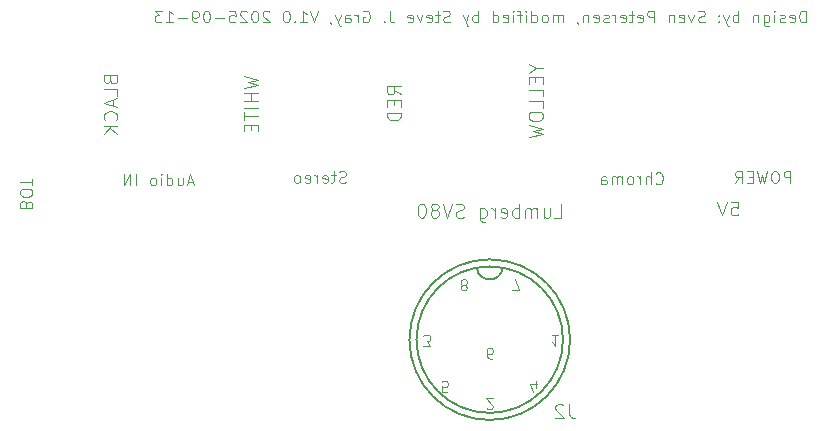
<source format=gbr>
%TF.GenerationSoftware,KiCad,Pcbnew,9.0.4*%
%TF.CreationDate,2025-09-13T13:09:21-04:00*%
%TF.ProjectId,C64-128AVS,4336342d-3132-4384-9156-532e6b696361,rev?*%
%TF.SameCoordinates,Original*%
%TF.FileFunction,Legend,Bot*%
%TF.FilePolarity,Positive*%
%FSLAX46Y46*%
G04 Gerber Fmt 4.6, Leading zero omitted, Abs format (unit mm)*
G04 Created by KiCad (PCBNEW 9.0.4) date 2025-09-13 13:09:21*
%MOMM*%
%LPD*%
G01*
G04 APERTURE LIST*
%ADD10C,0.100000*%
%ADD11C,0.101600*%
%ADD12C,0.093472*%
%ADD13C,0.081280*%
%ADD14C,0.127000*%
G04 APERTURE END LIST*
D10*
X120851390Y-104633333D02*
X120803771Y-104490476D01*
X120803771Y-104490476D02*
X120756152Y-104442857D01*
X120756152Y-104442857D02*
X120660914Y-104395238D01*
X120660914Y-104395238D02*
X120518057Y-104395238D01*
X120518057Y-104395238D02*
X120422819Y-104442857D01*
X120422819Y-104442857D02*
X120375200Y-104490476D01*
X120375200Y-104490476D02*
X120327580Y-104585714D01*
X120327580Y-104585714D02*
X120327580Y-104966666D01*
X120327580Y-104966666D02*
X121327580Y-104966666D01*
X121327580Y-104966666D02*
X121327580Y-104633333D01*
X121327580Y-104633333D02*
X121279961Y-104538095D01*
X121279961Y-104538095D02*
X121232342Y-104490476D01*
X121232342Y-104490476D02*
X121137104Y-104442857D01*
X121137104Y-104442857D02*
X121041866Y-104442857D01*
X121041866Y-104442857D02*
X120946628Y-104490476D01*
X120946628Y-104490476D02*
X120899009Y-104538095D01*
X120899009Y-104538095D02*
X120851390Y-104633333D01*
X120851390Y-104633333D02*
X120851390Y-104966666D01*
X121327580Y-103776190D02*
X121327580Y-103585714D01*
X121327580Y-103585714D02*
X121279961Y-103490476D01*
X121279961Y-103490476D02*
X121184723Y-103395238D01*
X121184723Y-103395238D02*
X120994247Y-103347619D01*
X120994247Y-103347619D02*
X120660914Y-103347619D01*
X120660914Y-103347619D02*
X120470438Y-103395238D01*
X120470438Y-103395238D02*
X120375200Y-103490476D01*
X120375200Y-103490476D02*
X120327580Y-103585714D01*
X120327580Y-103585714D02*
X120327580Y-103776190D01*
X120327580Y-103776190D02*
X120375200Y-103871428D01*
X120375200Y-103871428D02*
X120470438Y-103966666D01*
X120470438Y-103966666D02*
X120660914Y-104014285D01*
X120660914Y-104014285D02*
X120994247Y-104014285D01*
X120994247Y-104014285D02*
X121184723Y-103966666D01*
X121184723Y-103966666D02*
X121279961Y-103871428D01*
X121279961Y-103871428D02*
X121327580Y-103776190D01*
X121327580Y-103061904D02*
X121327580Y-102490476D01*
X120327580Y-102776190D02*
X121327580Y-102776190D01*
X147890476Y-102824800D02*
X147747619Y-102872419D01*
X147747619Y-102872419D02*
X147509524Y-102872419D01*
X147509524Y-102872419D02*
X147414286Y-102824800D01*
X147414286Y-102824800D02*
X147366667Y-102777180D01*
X147366667Y-102777180D02*
X147319048Y-102681942D01*
X147319048Y-102681942D02*
X147319048Y-102586704D01*
X147319048Y-102586704D02*
X147366667Y-102491466D01*
X147366667Y-102491466D02*
X147414286Y-102443847D01*
X147414286Y-102443847D02*
X147509524Y-102396228D01*
X147509524Y-102396228D02*
X147700000Y-102348609D01*
X147700000Y-102348609D02*
X147795238Y-102300990D01*
X147795238Y-102300990D02*
X147842857Y-102253371D01*
X147842857Y-102253371D02*
X147890476Y-102158133D01*
X147890476Y-102158133D02*
X147890476Y-102062895D01*
X147890476Y-102062895D02*
X147842857Y-101967657D01*
X147842857Y-101967657D02*
X147795238Y-101920038D01*
X147795238Y-101920038D02*
X147700000Y-101872419D01*
X147700000Y-101872419D02*
X147461905Y-101872419D01*
X147461905Y-101872419D02*
X147319048Y-101920038D01*
X147033333Y-102205752D02*
X146652381Y-102205752D01*
X146890476Y-101872419D02*
X146890476Y-102729561D01*
X146890476Y-102729561D02*
X146842857Y-102824800D01*
X146842857Y-102824800D02*
X146747619Y-102872419D01*
X146747619Y-102872419D02*
X146652381Y-102872419D01*
X145938095Y-102824800D02*
X146033333Y-102872419D01*
X146033333Y-102872419D02*
X146223809Y-102872419D01*
X146223809Y-102872419D02*
X146319047Y-102824800D01*
X146319047Y-102824800D02*
X146366666Y-102729561D01*
X146366666Y-102729561D02*
X146366666Y-102348609D01*
X146366666Y-102348609D02*
X146319047Y-102253371D01*
X146319047Y-102253371D02*
X146223809Y-102205752D01*
X146223809Y-102205752D02*
X146033333Y-102205752D01*
X146033333Y-102205752D02*
X145938095Y-102253371D01*
X145938095Y-102253371D02*
X145890476Y-102348609D01*
X145890476Y-102348609D02*
X145890476Y-102443847D01*
X145890476Y-102443847D02*
X146366666Y-102539085D01*
X145461904Y-102872419D02*
X145461904Y-102205752D01*
X145461904Y-102396228D02*
X145414285Y-102300990D01*
X145414285Y-102300990D02*
X145366666Y-102253371D01*
X145366666Y-102253371D02*
X145271428Y-102205752D01*
X145271428Y-102205752D02*
X145176190Y-102205752D01*
X144461904Y-102824800D02*
X144557142Y-102872419D01*
X144557142Y-102872419D02*
X144747618Y-102872419D01*
X144747618Y-102872419D02*
X144842856Y-102824800D01*
X144842856Y-102824800D02*
X144890475Y-102729561D01*
X144890475Y-102729561D02*
X144890475Y-102348609D01*
X144890475Y-102348609D02*
X144842856Y-102253371D01*
X144842856Y-102253371D02*
X144747618Y-102205752D01*
X144747618Y-102205752D02*
X144557142Y-102205752D01*
X144557142Y-102205752D02*
X144461904Y-102253371D01*
X144461904Y-102253371D02*
X144414285Y-102348609D01*
X144414285Y-102348609D02*
X144414285Y-102443847D01*
X144414285Y-102443847D02*
X144890475Y-102539085D01*
X143842856Y-102872419D02*
X143938094Y-102824800D01*
X143938094Y-102824800D02*
X143985713Y-102777180D01*
X143985713Y-102777180D02*
X144033332Y-102681942D01*
X144033332Y-102681942D02*
X144033332Y-102396228D01*
X144033332Y-102396228D02*
X143985713Y-102300990D01*
X143985713Y-102300990D02*
X143938094Y-102253371D01*
X143938094Y-102253371D02*
X143842856Y-102205752D01*
X143842856Y-102205752D02*
X143699999Y-102205752D01*
X143699999Y-102205752D02*
X143604761Y-102253371D01*
X143604761Y-102253371D02*
X143557142Y-102300990D01*
X143557142Y-102300990D02*
X143509523Y-102396228D01*
X143509523Y-102396228D02*
X143509523Y-102681942D01*
X143509523Y-102681942D02*
X143557142Y-102777180D01*
X143557142Y-102777180D02*
X143604761Y-102824800D01*
X143604761Y-102824800D02*
X143699999Y-102872419D01*
X143699999Y-102872419D02*
X143842856Y-102872419D01*
D11*
X139283326Y-93835381D02*
X140451726Y-94113571D01*
X140451726Y-94113571D02*
X139617154Y-94336124D01*
X139617154Y-94336124D02*
X140451726Y-94558676D01*
X140451726Y-94558676D02*
X139283326Y-94836867D01*
X140451726Y-95281971D02*
X139283326Y-95281971D01*
X139839707Y-95281971D02*
X139839707Y-95949628D01*
X140451726Y-95949628D02*
X139283326Y-95949628D01*
X140451726Y-96506009D02*
X139283326Y-96506009D01*
X139283326Y-96895476D02*
X139283326Y-97563133D01*
X140451726Y-97229304D02*
X139283326Y-97229304D01*
X139839707Y-97952600D02*
X139839707Y-98342067D01*
X140451726Y-98508981D02*
X140451726Y-97952600D01*
X140451726Y-97952600D02*
X139283326Y-97952600D01*
X139283326Y-97952600D02*
X139283326Y-98508981D01*
D10*
X186847620Y-89272419D02*
X186847620Y-88272419D01*
X186847620Y-88272419D02*
X186609525Y-88272419D01*
X186609525Y-88272419D02*
X186466668Y-88320038D01*
X186466668Y-88320038D02*
X186371430Y-88415276D01*
X186371430Y-88415276D02*
X186323811Y-88510514D01*
X186323811Y-88510514D02*
X186276192Y-88700990D01*
X186276192Y-88700990D02*
X186276192Y-88843847D01*
X186276192Y-88843847D02*
X186323811Y-89034323D01*
X186323811Y-89034323D02*
X186371430Y-89129561D01*
X186371430Y-89129561D02*
X186466668Y-89224800D01*
X186466668Y-89224800D02*
X186609525Y-89272419D01*
X186609525Y-89272419D02*
X186847620Y-89272419D01*
X185466668Y-89224800D02*
X185561906Y-89272419D01*
X185561906Y-89272419D02*
X185752382Y-89272419D01*
X185752382Y-89272419D02*
X185847620Y-89224800D01*
X185847620Y-89224800D02*
X185895239Y-89129561D01*
X185895239Y-89129561D02*
X185895239Y-88748609D01*
X185895239Y-88748609D02*
X185847620Y-88653371D01*
X185847620Y-88653371D02*
X185752382Y-88605752D01*
X185752382Y-88605752D02*
X185561906Y-88605752D01*
X185561906Y-88605752D02*
X185466668Y-88653371D01*
X185466668Y-88653371D02*
X185419049Y-88748609D01*
X185419049Y-88748609D02*
X185419049Y-88843847D01*
X185419049Y-88843847D02*
X185895239Y-88939085D01*
X185038096Y-89224800D02*
X184942858Y-89272419D01*
X184942858Y-89272419D02*
X184752382Y-89272419D01*
X184752382Y-89272419D02*
X184657144Y-89224800D01*
X184657144Y-89224800D02*
X184609525Y-89129561D01*
X184609525Y-89129561D02*
X184609525Y-89081942D01*
X184609525Y-89081942D02*
X184657144Y-88986704D01*
X184657144Y-88986704D02*
X184752382Y-88939085D01*
X184752382Y-88939085D02*
X184895239Y-88939085D01*
X184895239Y-88939085D02*
X184990477Y-88891466D01*
X184990477Y-88891466D02*
X185038096Y-88796228D01*
X185038096Y-88796228D02*
X185038096Y-88748609D01*
X185038096Y-88748609D02*
X184990477Y-88653371D01*
X184990477Y-88653371D02*
X184895239Y-88605752D01*
X184895239Y-88605752D02*
X184752382Y-88605752D01*
X184752382Y-88605752D02*
X184657144Y-88653371D01*
X184180953Y-89272419D02*
X184180953Y-88605752D01*
X184180953Y-88272419D02*
X184228572Y-88320038D01*
X184228572Y-88320038D02*
X184180953Y-88367657D01*
X184180953Y-88367657D02*
X184133334Y-88320038D01*
X184133334Y-88320038D02*
X184180953Y-88272419D01*
X184180953Y-88272419D02*
X184180953Y-88367657D01*
X183276192Y-88605752D02*
X183276192Y-89415276D01*
X183276192Y-89415276D02*
X183323811Y-89510514D01*
X183323811Y-89510514D02*
X183371430Y-89558133D01*
X183371430Y-89558133D02*
X183466668Y-89605752D01*
X183466668Y-89605752D02*
X183609525Y-89605752D01*
X183609525Y-89605752D02*
X183704763Y-89558133D01*
X183276192Y-89224800D02*
X183371430Y-89272419D01*
X183371430Y-89272419D02*
X183561906Y-89272419D01*
X183561906Y-89272419D02*
X183657144Y-89224800D01*
X183657144Y-89224800D02*
X183704763Y-89177180D01*
X183704763Y-89177180D02*
X183752382Y-89081942D01*
X183752382Y-89081942D02*
X183752382Y-88796228D01*
X183752382Y-88796228D02*
X183704763Y-88700990D01*
X183704763Y-88700990D02*
X183657144Y-88653371D01*
X183657144Y-88653371D02*
X183561906Y-88605752D01*
X183561906Y-88605752D02*
X183371430Y-88605752D01*
X183371430Y-88605752D02*
X183276192Y-88653371D01*
X182800001Y-88605752D02*
X182800001Y-89272419D01*
X182800001Y-88700990D02*
X182752382Y-88653371D01*
X182752382Y-88653371D02*
X182657144Y-88605752D01*
X182657144Y-88605752D02*
X182514287Y-88605752D01*
X182514287Y-88605752D02*
X182419049Y-88653371D01*
X182419049Y-88653371D02*
X182371430Y-88748609D01*
X182371430Y-88748609D02*
X182371430Y-89272419D01*
X181133334Y-89272419D02*
X181133334Y-88272419D01*
X181133334Y-88653371D02*
X181038096Y-88605752D01*
X181038096Y-88605752D02*
X180847620Y-88605752D01*
X180847620Y-88605752D02*
X180752382Y-88653371D01*
X180752382Y-88653371D02*
X180704763Y-88700990D01*
X180704763Y-88700990D02*
X180657144Y-88796228D01*
X180657144Y-88796228D02*
X180657144Y-89081942D01*
X180657144Y-89081942D02*
X180704763Y-89177180D01*
X180704763Y-89177180D02*
X180752382Y-89224800D01*
X180752382Y-89224800D02*
X180847620Y-89272419D01*
X180847620Y-89272419D02*
X181038096Y-89272419D01*
X181038096Y-89272419D02*
X181133334Y-89224800D01*
X180323810Y-88605752D02*
X180085715Y-89272419D01*
X179847620Y-88605752D02*
X180085715Y-89272419D01*
X180085715Y-89272419D02*
X180180953Y-89510514D01*
X180180953Y-89510514D02*
X180228572Y-89558133D01*
X180228572Y-89558133D02*
X180323810Y-89605752D01*
X179466667Y-89177180D02*
X179419048Y-89224800D01*
X179419048Y-89224800D02*
X179466667Y-89272419D01*
X179466667Y-89272419D02*
X179514286Y-89224800D01*
X179514286Y-89224800D02*
X179466667Y-89177180D01*
X179466667Y-89177180D02*
X179466667Y-89272419D01*
X179466667Y-88653371D02*
X179419048Y-88700990D01*
X179419048Y-88700990D02*
X179466667Y-88748609D01*
X179466667Y-88748609D02*
X179514286Y-88700990D01*
X179514286Y-88700990D02*
X179466667Y-88653371D01*
X179466667Y-88653371D02*
X179466667Y-88748609D01*
X178276191Y-89224800D02*
X178133334Y-89272419D01*
X178133334Y-89272419D02*
X177895239Y-89272419D01*
X177895239Y-89272419D02*
X177800001Y-89224800D01*
X177800001Y-89224800D02*
X177752382Y-89177180D01*
X177752382Y-89177180D02*
X177704763Y-89081942D01*
X177704763Y-89081942D02*
X177704763Y-88986704D01*
X177704763Y-88986704D02*
X177752382Y-88891466D01*
X177752382Y-88891466D02*
X177800001Y-88843847D01*
X177800001Y-88843847D02*
X177895239Y-88796228D01*
X177895239Y-88796228D02*
X178085715Y-88748609D01*
X178085715Y-88748609D02*
X178180953Y-88700990D01*
X178180953Y-88700990D02*
X178228572Y-88653371D01*
X178228572Y-88653371D02*
X178276191Y-88558133D01*
X178276191Y-88558133D02*
X178276191Y-88462895D01*
X178276191Y-88462895D02*
X178228572Y-88367657D01*
X178228572Y-88367657D02*
X178180953Y-88320038D01*
X178180953Y-88320038D02*
X178085715Y-88272419D01*
X178085715Y-88272419D02*
X177847620Y-88272419D01*
X177847620Y-88272419D02*
X177704763Y-88320038D01*
X177371429Y-88605752D02*
X177133334Y-89272419D01*
X177133334Y-89272419D02*
X176895239Y-88605752D01*
X176133334Y-89224800D02*
X176228572Y-89272419D01*
X176228572Y-89272419D02*
X176419048Y-89272419D01*
X176419048Y-89272419D02*
X176514286Y-89224800D01*
X176514286Y-89224800D02*
X176561905Y-89129561D01*
X176561905Y-89129561D02*
X176561905Y-88748609D01*
X176561905Y-88748609D02*
X176514286Y-88653371D01*
X176514286Y-88653371D02*
X176419048Y-88605752D01*
X176419048Y-88605752D02*
X176228572Y-88605752D01*
X176228572Y-88605752D02*
X176133334Y-88653371D01*
X176133334Y-88653371D02*
X176085715Y-88748609D01*
X176085715Y-88748609D02*
X176085715Y-88843847D01*
X176085715Y-88843847D02*
X176561905Y-88939085D01*
X175657143Y-88605752D02*
X175657143Y-89272419D01*
X175657143Y-88700990D02*
X175609524Y-88653371D01*
X175609524Y-88653371D02*
X175514286Y-88605752D01*
X175514286Y-88605752D02*
X175371429Y-88605752D01*
X175371429Y-88605752D02*
X175276191Y-88653371D01*
X175276191Y-88653371D02*
X175228572Y-88748609D01*
X175228572Y-88748609D02*
X175228572Y-89272419D01*
X173990476Y-89272419D02*
X173990476Y-88272419D01*
X173990476Y-88272419D02*
X173609524Y-88272419D01*
X173609524Y-88272419D02*
X173514286Y-88320038D01*
X173514286Y-88320038D02*
X173466667Y-88367657D01*
X173466667Y-88367657D02*
X173419048Y-88462895D01*
X173419048Y-88462895D02*
X173419048Y-88605752D01*
X173419048Y-88605752D02*
X173466667Y-88700990D01*
X173466667Y-88700990D02*
X173514286Y-88748609D01*
X173514286Y-88748609D02*
X173609524Y-88796228D01*
X173609524Y-88796228D02*
X173990476Y-88796228D01*
X172609524Y-89224800D02*
X172704762Y-89272419D01*
X172704762Y-89272419D02*
X172895238Y-89272419D01*
X172895238Y-89272419D02*
X172990476Y-89224800D01*
X172990476Y-89224800D02*
X173038095Y-89129561D01*
X173038095Y-89129561D02*
X173038095Y-88748609D01*
X173038095Y-88748609D02*
X172990476Y-88653371D01*
X172990476Y-88653371D02*
X172895238Y-88605752D01*
X172895238Y-88605752D02*
X172704762Y-88605752D01*
X172704762Y-88605752D02*
X172609524Y-88653371D01*
X172609524Y-88653371D02*
X172561905Y-88748609D01*
X172561905Y-88748609D02*
X172561905Y-88843847D01*
X172561905Y-88843847D02*
X173038095Y-88939085D01*
X172276190Y-88605752D02*
X171895238Y-88605752D01*
X172133333Y-88272419D02*
X172133333Y-89129561D01*
X172133333Y-89129561D02*
X172085714Y-89224800D01*
X172085714Y-89224800D02*
X171990476Y-89272419D01*
X171990476Y-89272419D02*
X171895238Y-89272419D01*
X171180952Y-89224800D02*
X171276190Y-89272419D01*
X171276190Y-89272419D02*
X171466666Y-89272419D01*
X171466666Y-89272419D02*
X171561904Y-89224800D01*
X171561904Y-89224800D02*
X171609523Y-89129561D01*
X171609523Y-89129561D02*
X171609523Y-88748609D01*
X171609523Y-88748609D02*
X171561904Y-88653371D01*
X171561904Y-88653371D02*
X171466666Y-88605752D01*
X171466666Y-88605752D02*
X171276190Y-88605752D01*
X171276190Y-88605752D02*
X171180952Y-88653371D01*
X171180952Y-88653371D02*
X171133333Y-88748609D01*
X171133333Y-88748609D02*
X171133333Y-88843847D01*
X171133333Y-88843847D02*
X171609523Y-88939085D01*
X170704761Y-89272419D02*
X170704761Y-88605752D01*
X170704761Y-88796228D02*
X170657142Y-88700990D01*
X170657142Y-88700990D02*
X170609523Y-88653371D01*
X170609523Y-88653371D02*
X170514285Y-88605752D01*
X170514285Y-88605752D02*
X170419047Y-88605752D01*
X170133332Y-89224800D02*
X170038094Y-89272419D01*
X170038094Y-89272419D02*
X169847618Y-89272419D01*
X169847618Y-89272419D02*
X169752380Y-89224800D01*
X169752380Y-89224800D02*
X169704761Y-89129561D01*
X169704761Y-89129561D02*
X169704761Y-89081942D01*
X169704761Y-89081942D02*
X169752380Y-88986704D01*
X169752380Y-88986704D02*
X169847618Y-88939085D01*
X169847618Y-88939085D02*
X169990475Y-88939085D01*
X169990475Y-88939085D02*
X170085713Y-88891466D01*
X170085713Y-88891466D02*
X170133332Y-88796228D01*
X170133332Y-88796228D02*
X170133332Y-88748609D01*
X170133332Y-88748609D02*
X170085713Y-88653371D01*
X170085713Y-88653371D02*
X169990475Y-88605752D01*
X169990475Y-88605752D02*
X169847618Y-88605752D01*
X169847618Y-88605752D02*
X169752380Y-88653371D01*
X168895237Y-89224800D02*
X168990475Y-89272419D01*
X168990475Y-89272419D02*
X169180951Y-89272419D01*
X169180951Y-89272419D02*
X169276189Y-89224800D01*
X169276189Y-89224800D02*
X169323808Y-89129561D01*
X169323808Y-89129561D02*
X169323808Y-88748609D01*
X169323808Y-88748609D02*
X169276189Y-88653371D01*
X169276189Y-88653371D02*
X169180951Y-88605752D01*
X169180951Y-88605752D02*
X168990475Y-88605752D01*
X168990475Y-88605752D02*
X168895237Y-88653371D01*
X168895237Y-88653371D02*
X168847618Y-88748609D01*
X168847618Y-88748609D02*
X168847618Y-88843847D01*
X168847618Y-88843847D02*
X169323808Y-88939085D01*
X168419046Y-88605752D02*
X168419046Y-89272419D01*
X168419046Y-88700990D02*
X168371427Y-88653371D01*
X168371427Y-88653371D02*
X168276189Y-88605752D01*
X168276189Y-88605752D02*
X168133332Y-88605752D01*
X168133332Y-88605752D02*
X168038094Y-88653371D01*
X168038094Y-88653371D02*
X167990475Y-88748609D01*
X167990475Y-88748609D02*
X167990475Y-89272419D01*
X167466665Y-89224800D02*
X167466665Y-89272419D01*
X167466665Y-89272419D02*
X167514284Y-89367657D01*
X167514284Y-89367657D02*
X167561903Y-89415276D01*
X166276189Y-89272419D02*
X166276189Y-88605752D01*
X166276189Y-88700990D02*
X166228570Y-88653371D01*
X166228570Y-88653371D02*
X166133332Y-88605752D01*
X166133332Y-88605752D02*
X165990475Y-88605752D01*
X165990475Y-88605752D02*
X165895237Y-88653371D01*
X165895237Y-88653371D02*
X165847618Y-88748609D01*
X165847618Y-88748609D02*
X165847618Y-89272419D01*
X165847618Y-88748609D02*
X165799999Y-88653371D01*
X165799999Y-88653371D02*
X165704761Y-88605752D01*
X165704761Y-88605752D02*
X165561904Y-88605752D01*
X165561904Y-88605752D02*
X165466665Y-88653371D01*
X165466665Y-88653371D02*
X165419046Y-88748609D01*
X165419046Y-88748609D02*
X165419046Y-89272419D01*
X164799999Y-89272419D02*
X164895237Y-89224800D01*
X164895237Y-89224800D02*
X164942856Y-89177180D01*
X164942856Y-89177180D02*
X164990475Y-89081942D01*
X164990475Y-89081942D02*
X164990475Y-88796228D01*
X164990475Y-88796228D02*
X164942856Y-88700990D01*
X164942856Y-88700990D02*
X164895237Y-88653371D01*
X164895237Y-88653371D02*
X164799999Y-88605752D01*
X164799999Y-88605752D02*
X164657142Y-88605752D01*
X164657142Y-88605752D02*
X164561904Y-88653371D01*
X164561904Y-88653371D02*
X164514285Y-88700990D01*
X164514285Y-88700990D02*
X164466666Y-88796228D01*
X164466666Y-88796228D02*
X164466666Y-89081942D01*
X164466666Y-89081942D02*
X164514285Y-89177180D01*
X164514285Y-89177180D02*
X164561904Y-89224800D01*
X164561904Y-89224800D02*
X164657142Y-89272419D01*
X164657142Y-89272419D02*
X164799999Y-89272419D01*
X163609523Y-89272419D02*
X163609523Y-88272419D01*
X163609523Y-89224800D02*
X163704761Y-89272419D01*
X163704761Y-89272419D02*
X163895237Y-89272419D01*
X163895237Y-89272419D02*
X163990475Y-89224800D01*
X163990475Y-89224800D02*
X164038094Y-89177180D01*
X164038094Y-89177180D02*
X164085713Y-89081942D01*
X164085713Y-89081942D02*
X164085713Y-88796228D01*
X164085713Y-88796228D02*
X164038094Y-88700990D01*
X164038094Y-88700990D02*
X163990475Y-88653371D01*
X163990475Y-88653371D02*
X163895237Y-88605752D01*
X163895237Y-88605752D02*
X163704761Y-88605752D01*
X163704761Y-88605752D02*
X163609523Y-88653371D01*
X163133332Y-89272419D02*
X163133332Y-88605752D01*
X163133332Y-88272419D02*
X163180951Y-88320038D01*
X163180951Y-88320038D02*
X163133332Y-88367657D01*
X163133332Y-88367657D02*
X163085713Y-88320038D01*
X163085713Y-88320038D02*
X163133332Y-88272419D01*
X163133332Y-88272419D02*
X163133332Y-88367657D01*
X162799999Y-88605752D02*
X162419047Y-88605752D01*
X162657142Y-89272419D02*
X162657142Y-88415276D01*
X162657142Y-88415276D02*
X162609523Y-88320038D01*
X162609523Y-88320038D02*
X162514285Y-88272419D01*
X162514285Y-88272419D02*
X162419047Y-88272419D01*
X162085713Y-89272419D02*
X162085713Y-88605752D01*
X162085713Y-88272419D02*
X162133332Y-88320038D01*
X162133332Y-88320038D02*
X162085713Y-88367657D01*
X162085713Y-88367657D02*
X162038094Y-88320038D01*
X162038094Y-88320038D02*
X162085713Y-88272419D01*
X162085713Y-88272419D02*
X162085713Y-88367657D01*
X161228571Y-89224800D02*
X161323809Y-89272419D01*
X161323809Y-89272419D02*
X161514285Y-89272419D01*
X161514285Y-89272419D02*
X161609523Y-89224800D01*
X161609523Y-89224800D02*
X161657142Y-89129561D01*
X161657142Y-89129561D02*
X161657142Y-88748609D01*
X161657142Y-88748609D02*
X161609523Y-88653371D01*
X161609523Y-88653371D02*
X161514285Y-88605752D01*
X161514285Y-88605752D02*
X161323809Y-88605752D01*
X161323809Y-88605752D02*
X161228571Y-88653371D01*
X161228571Y-88653371D02*
X161180952Y-88748609D01*
X161180952Y-88748609D02*
X161180952Y-88843847D01*
X161180952Y-88843847D02*
X161657142Y-88939085D01*
X160323809Y-89272419D02*
X160323809Y-88272419D01*
X160323809Y-89224800D02*
X160419047Y-89272419D01*
X160419047Y-89272419D02*
X160609523Y-89272419D01*
X160609523Y-89272419D02*
X160704761Y-89224800D01*
X160704761Y-89224800D02*
X160752380Y-89177180D01*
X160752380Y-89177180D02*
X160799999Y-89081942D01*
X160799999Y-89081942D02*
X160799999Y-88796228D01*
X160799999Y-88796228D02*
X160752380Y-88700990D01*
X160752380Y-88700990D02*
X160704761Y-88653371D01*
X160704761Y-88653371D02*
X160609523Y-88605752D01*
X160609523Y-88605752D02*
X160419047Y-88605752D01*
X160419047Y-88605752D02*
X160323809Y-88653371D01*
X159085713Y-89272419D02*
X159085713Y-88272419D01*
X159085713Y-88653371D02*
X158990475Y-88605752D01*
X158990475Y-88605752D02*
X158799999Y-88605752D01*
X158799999Y-88605752D02*
X158704761Y-88653371D01*
X158704761Y-88653371D02*
X158657142Y-88700990D01*
X158657142Y-88700990D02*
X158609523Y-88796228D01*
X158609523Y-88796228D02*
X158609523Y-89081942D01*
X158609523Y-89081942D02*
X158657142Y-89177180D01*
X158657142Y-89177180D02*
X158704761Y-89224800D01*
X158704761Y-89224800D02*
X158799999Y-89272419D01*
X158799999Y-89272419D02*
X158990475Y-89272419D01*
X158990475Y-89272419D02*
X159085713Y-89224800D01*
X158276189Y-88605752D02*
X158038094Y-89272419D01*
X157799999Y-88605752D02*
X158038094Y-89272419D01*
X158038094Y-89272419D02*
X158133332Y-89510514D01*
X158133332Y-89510514D02*
X158180951Y-89558133D01*
X158180951Y-89558133D02*
X158276189Y-89605752D01*
X156704760Y-89224800D02*
X156561903Y-89272419D01*
X156561903Y-89272419D02*
X156323808Y-89272419D01*
X156323808Y-89272419D02*
X156228570Y-89224800D01*
X156228570Y-89224800D02*
X156180951Y-89177180D01*
X156180951Y-89177180D02*
X156133332Y-89081942D01*
X156133332Y-89081942D02*
X156133332Y-88986704D01*
X156133332Y-88986704D02*
X156180951Y-88891466D01*
X156180951Y-88891466D02*
X156228570Y-88843847D01*
X156228570Y-88843847D02*
X156323808Y-88796228D01*
X156323808Y-88796228D02*
X156514284Y-88748609D01*
X156514284Y-88748609D02*
X156609522Y-88700990D01*
X156609522Y-88700990D02*
X156657141Y-88653371D01*
X156657141Y-88653371D02*
X156704760Y-88558133D01*
X156704760Y-88558133D02*
X156704760Y-88462895D01*
X156704760Y-88462895D02*
X156657141Y-88367657D01*
X156657141Y-88367657D02*
X156609522Y-88320038D01*
X156609522Y-88320038D02*
X156514284Y-88272419D01*
X156514284Y-88272419D02*
X156276189Y-88272419D01*
X156276189Y-88272419D02*
X156133332Y-88320038D01*
X155847617Y-88605752D02*
X155466665Y-88605752D01*
X155704760Y-88272419D02*
X155704760Y-89129561D01*
X155704760Y-89129561D02*
X155657141Y-89224800D01*
X155657141Y-89224800D02*
X155561903Y-89272419D01*
X155561903Y-89272419D02*
X155466665Y-89272419D01*
X154752379Y-89224800D02*
X154847617Y-89272419D01*
X154847617Y-89272419D02*
X155038093Y-89272419D01*
X155038093Y-89272419D02*
X155133331Y-89224800D01*
X155133331Y-89224800D02*
X155180950Y-89129561D01*
X155180950Y-89129561D02*
X155180950Y-88748609D01*
X155180950Y-88748609D02*
X155133331Y-88653371D01*
X155133331Y-88653371D02*
X155038093Y-88605752D01*
X155038093Y-88605752D02*
X154847617Y-88605752D01*
X154847617Y-88605752D02*
X154752379Y-88653371D01*
X154752379Y-88653371D02*
X154704760Y-88748609D01*
X154704760Y-88748609D02*
X154704760Y-88843847D01*
X154704760Y-88843847D02*
X155180950Y-88939085D01*
X154371426Y-88605752D02*
X154133331Y-89272419D01*
X154133331Y-89272419D02*
X153895236Y-88605752D01*
X153133331Y-89224800D02*
X153228569Y-89272419D01*
X153228569Y-89272419D02*
X153419045Y-89272419D01*
X153419045Y-89272419D02*
X153514283Y-89224800D01*
X153514283Y-89224800D02*
X153561902Y-89129561D01*
X153561902Y-89129561D02*
X153561902Y-88748609D01*
X153561902Y-88748609D02*
X153514283Y-88653371D01*
X153514283Y-88653371D02*
X153419045Y-88605752D01*
X153419045Y-88605752D02*
X153228569Y-88605752D01*
X153228569Y-88605752D02*
X153133331Y-88653371D01*
X153133331Y-88653371D02*
X153085712Y-88748609D01*
X153085712Y-88748609D02*
X153085712Y-88843847D01*
X153085712Y-88843847D02*
X153561902Y-88939085D01*
X151609521Y-88272419D02*
X151609521Y-88986704D01*
X151609521Y-88986704D02*
X151657140Y-89129561D01*
X151657140Y-89129561D02*
X151752378Y-89224800D01*
X151752378Y-89224800D02*
X151895235Y-89272419D01*
X151895235Y-89272419D02*
X151990473Y-89272419D01*
X151133330Y-89177180D02*
X151085711Y-89224800D01*
X151085711Y-89224800D02*
X151133330Y-89272419D01*
X151133330Y-89272419D02*
X151180949Y-89224800D01*
X151180949Y-89224800D02*
X151133330Y-89177180D01*
X151133330Y-89177180D02*
X151133330Y-89272419D01*
X149371426Y-88320038D02*
X149466664Y-88272419D01*
X149466664Y-88272419D02*
X149609521Y-88272419D01*
X149609521Y-88272419D02*
X149752378Y-88320038D01*
X149752378Y-88320038D02*
X149847616Y-88415276D01*
X149847616Y-88415276D02*
X149895235Y-88510514D01*
X149895235Y-88510514D02*
X149942854Y-88700990D01*
X149942854Y-88700990D02*
X149942854Y-88843847D01*
X149942854Y-88843847D02*
X149895235Y-89034323D01*
X149895235Y-89034323D02*
X149847616Y-89129561D01*
X149847616Y-89129561D02*
X149752378Y-89224800D01*
X149752378Y-89224800D02*
X149609521Y-89272419D01*
X149609521Y-89272419D02*
X149514283Y-89272419D01*
X149514283Y-89272419D02*
X149371426Y-89224800D01*
X149371426Y-89224800D02*
X149323807Y-89177180D01*
X149323807Y-89177180D02*
X149323807Y-88843847D01*
X149323807Y-88843847D02*
X149514283Y-88843847D01*
X148895235Y-89272419D02*
X148895235Y-88605752D01*
X148895235Y-88796228D02*
X148847616Y-88700990D01*
X148847616Y-88700990D02*
X148799997Y-88653371D01*
X148799997Y-88653371D02*
X148704759Y-88605752D01*
X148704759Y-88605752D02*
X148609521Y-88605752D01*
X147847616Y-89272419D02*
X147847616Y-88748609D01*
X147847616Y-88748609D02*
X147895235Y-88653371D01*
X147895235Y-88653371D02*
X147990473Y-88605752D01*
X147990473Y-88605752D02*
X148180949Y-88605752D01*
X148180949Y-88605752D02*
X148276187Y-88653371D01*
X147847616Y-89224800D02*
X147942854Y-89272419D01*
X147942854Y-89272419D02*
X148180949Y-89272419D01*
X148180949Y-89272419D02*
X148276187Y-89224800D01*
X148276187Y-89224800D02*
X148323806Y-89129561D01*
X148323806Y-89129561D02*
X148323806Y-89034323D01*
X148323806Y-89034323D02*
X148276187Y-88939085D01*
X148276187Y-88939085D02*
X148180949Y-88891466D01*
X148180949Y-88891466D02*
X147942854Y-88891466D01*
X147942854Y-88891466D02*
X147847616Y-88843847D01*
X147466663Y-88605752D02*
X147228568Y-89272419D01*
X146990473Y-88605752D02*
X147228568Y-89272419D01*
X147228568Y-89272419D02*
X147323806Y-89510514D01*
X147323806Y-89510514D02*
X147371425Y-89558133D01*
X147371425Y-89558133D02*
X147466663Y-89605752D01*
X146561901Y-89224800D02*
X146561901Y-89272419D01*
X146561901Y-89272419D02*
X146609520Y-89367657D01*
X146609520Y-89367657D02*
X146657139Y-89415276D01*
X145514282Y-88272419D02*
X145180949Y-89272419D01*
X145180949Y-89272419D02*
X144847616Y-88272419D01*
X143990473Y-89272419D02*
X144561901Y-89272419D01*
X144276187Y-89272419D02*
X144276187Y-88272419D01*
X144276187Y-88272419D02*
X144371425Y-88415276D01*
X144371425Y-88415276D02*
X144466663Y-88510514D01*
X144466663Y-88510514D02*
X144561901Y-88558133D01*
X143561901Y-89177180D02*
X143514282Y-89224800D01*
X143514282Y-89224800D02*
X143561901Y-89272419D01*
X143561901Y-89272419D02*
X143609520Y-89224800D01*
X143609520Y-89224800D02*
X143561901Y-89177180D01*
X143561901Y-89177180D02*
X143561901Y-89272419D01*
X142895235Y-88272419D02*
X142799997Y-88272419D01*
X142799997Y-88272419D02*
X142704759Y-88320038D01*
X142704759Y-88320038D02*
X142657140Y-88367657D01*
X142657140Y-88367657D02*
X142609521Y-88462895D01*
X142609521Y-88462895D02*
X142561902Y-88653371D01*
X142561902Y-88653371D02*
X142561902Y-88891466D01*
X142561902Y-88891466D02*
X142609521Y-89081942D01*
X142609521Y-89081942D02*
X142657140Y-89177180D01*
X142657140Y-89177180D02*
X142704759Y-89224800D01*
X142704759Y-89224800D02*
X142799997Y-89272419D01*
X142799997Y-89272419D02*
X142895235Y-89272419D01*
X142895235Y-89272419D02*
X142990473Y-89224800D01*
X142990473Y-89224800D02*
X143038092Y-89177180D01*
X143038092Y-89177180D02*
X143085711Y-89081942D01*
X143085711Y-89081942D02*
X143133330Y-88891466D01*
X143133330Y-88891466D02*
X143133330Y-88653371D01*
X143133330Y-88653371D02*
X143085711Y-88462895D01*
X143085711Y-88462895D02*
X143038092Y-88367657D01*
X143038092Y-88367657D02*
X142990473Y-88320038D01*
X142990473Y-88320038D02*
X142895235Y-88272419D01*
X141419044Y-88367657D02*
X141371425Y-88320038D01*
X141371425Y-88320038D02*
X141276187Y-88272419D01*
X141276187Y-88272419D02*
X141038092Y-88272419D01*
X141038092Y-88272419D02*
X140942854Y-88320038D01*
X140942854Y-88320038D02*
X140895235Y-88367657D01*
X140895235Y-88367657D02*
X140847616Y-88462895D01*
X140847616Y-88462895D02*
X140847616Y-88558133D01*
X140847616Y-88558133D02*
X140895235Y-88700990D01*
X140895235Y-88700990D02*
X141466663Y-89272419D01*
X141466663Y-89272419D02*
X140847616Y-89272419D01*
X140228568Y-88272419D02*
X140133330Y-88272419D01*
X140133330Y-88272419D02*
X140038092Y-88320038D01*
X140038092Y-88320038D02*
X139990473Y-88367657D01*
X139990473Y-88367657D02*
X139942854Y-88462895D01*
X139942854Y-88462895D02*
X139895235Y-88653371D01*
X139895235Y-88653371D02*
X139895235Y-88891466D01*
X139895235Y-88891466D02*
X139942854Y-89081942D01*
X139942854Y-89081942D02*
X139990473Y-89177180D01*
X139990473Y-89177180D02*
X140038092Y-89224800D01*
X140038092Y-89224800D02*
X140133330Y-89272419D01*
X140133330Y-89272419D02*
X140228568Y-89272419D01*
X140228568Y-89272419D02*
X140323806Y-89224800D01*
X140323806Y-89224800D02*
X140371425Y-89177180D01*
X140371425Y-89177180D02*
X140419044Y-89081942D01*
X140419044Y-89081942D02*
X140466663Y-88891466D01*
X140466663Y-88891466D02*
X140466663Y-88653371D01*
X140466663Y-88653371D02*
X140419044Y-88462895D01*
X140419044Y-88462895D02*
X140371425Y-88367657D01*
X140371425Y-88367657D02*
X140323806Y-88320038D01*
X140323806Y-88320038D02*
X140228568Y-88272419D01*
X139514282Y-88367657D02*
X139466663Y-88320038D01*
X139466663Y-88320038D02*
X139371425Y-88272419D01*
X139371425Y-88272419D02*
X139133330Y-88272419D01*
X139133330Y-88272419D02*
X139038092Y-88320038D01*
X139038092Y-88320038D02*
X138990473Y-88367657D01*
X138990473Y-88367657D02*
X138942854Y-88462895D01*
X138942854Y-88462895D02*
X138942854Y-88558133D01*
X138942854Y-88558133D02*
X138990473Y-88700990D01*
X138990473Y-88700990D02*
X139561901Y-89272419D01*
X139561901Y-89272419D02*
X138942854Y-89272419D01*
X138038092Y-88272419D02*
X138514282Y-88272419D01*
X138514282Y-88272419D02*
X138561901Y-88748609D01*
X138561901Y-88748609D02*
X138514282Y-88700990D01*
X138514282Y-88700990D02*
X138419044Y-88653371D01*
X138419044Y-88653371D02*
X138180949Y-88653371D01*
X138180949Y-88653371D02*
X138085711Y-88700990D01*
X138085711Y-88700990D02*
X138038092Y-88748609D01*
X138038092Y-88748609D02*
X137990473Y-88843847D01*
X137990473Y-88843847D02*
X137990473Y-89081942D01*
X137990473Y-89081942D02*
X138038092Y-89177180D01*
X138038092Y-89177180D02*
X138085711Y-89224800D01*
X138085711Y-89224800D02*
X138180949Y-89272419D01*
X138180949Y-89272419D02*
X138419044Y-89272419D01*
X138419044Y-89272419D02*
X138514282Y-89224800D01*
X138514282Y-89224800D02*
X138561901Y-89177180D01*
X137561901Y-88891466D02*
X136799997Y-88891466D01*
X136133330Y-88272419D02*
X136038092Y-88272419D01*
X136038092Y-88272419D02*
X135942854Y-88320038D01*
X135942854Y-88320038D02*
X135895235Y-88367657D01*
X135895235Y-88367657D02*
X135847616Y-88462895D01*
X135847616Y-88462895D02*
X135799997Y-88653371D01*
X135799997Y-88653371D02*
X135799997Y-88891466D01*
X135799997Y-88891466D02*
X135847616Y-89081942D01*
X135847616Y-89081942D02*
X135895235Y-89177180D01*
X135895235Y-89177180D02*
X135942854Y-89224800D01*
X135942854Y-89224800D02*
X136038092Y-89272419D01*
X136038092Y-89272419D02*
X136133330Y-89272419D01*
X136133330Y-89272419D02*
X136228568Y-89224800D01*
X136228568Y-89224800D02*
X136276187Y-89177180D01*
X136276187Y-89177180D02*
X136323806Y-89081942D01*
X136323806Y-89081942D02*
X136371425Y-88891466D01*
X136371425Y-88891466D02*
X136371425Y-88653371D01*
X136371425Y-88653371D02*
X136323806Y-88462895D01*
X136323806Y-88462895D02*
X136276187Y-88367657D01*
X136276187Y-88367657D02*
X136228568Y-88320038D01*
X136228568Y-88320038D02*
X136133330Y-88272419D01*
X135323806Y-89272419D02*
X135133330Y-89272419D01*
X135133330Y-89272419D02*
X135038092Y-89224800D01*
X135038092Y-89224800D02*
X134990473Y-89177180D01*
X134990473Y-89177180D02*
X134895235Y-89034323D01*
X134895235Y-89034323D02*
X134847616Y-88843847D01*
X134847616Y-88843847D02*
X134847616Y-88462895D01*
X134847616Y-88462895D02*
X134895235Y-88367657D01*
X134895235Y-88367657D02*
X134942854Y-88320038D01*
X134942854Y-88320038D02*
X135038092Y-88272419D01*
X135038092Y-88272419D02*
X135228568Y-88272419D01*
X135228568Y-88272419D02*
X135323806Y-88320038D01*
X135323806Y-88320038D02*
X135371425Y-88367657D01*
X135371425Y-88367657D02*
X135419044Y-88462895D01*
X135419044Y-88462895D02*
X135419044Y-88700990D01*
X135419044Y-88700990D02*
X135371425Y-88796228D01*
X135371425Y-88796228D02*
X135323806Y-88843847D01*
X135323806Y-88843847D02*
X135228568Y-88891466D01*
X135228568Y-88891466D02*
X135038092Y-88891466D01*
X135038092Y-88891466D02*
X134942854Y-88843847D01*
X134942854Y-88843847D02*
X134895235Y-88796228D01*
X134895235Y-88796228D02*
X134847616Y-88700990D01*
X134419044Y-88891466D02*
X133657140Y-88891466D01*
X132657140Y-89272419D02*
X133228568Y-89272419D01*
X132942854Y-89272419D02*
X132942854Y-88272419D01*
X132942854Y-88272419D02*
X133038092Y-88415276D01*
X133038092Y-88415276D02*
X133133330Y-88510514D01*
X133133330Y-88510514D02*
X133228568Y-88558133D01*
X132323806Y-88272419D02*
X131704759Y-88272419D01*
X131704759Y-88272419D02*
X132038092Y-88653371D01*
X132038092Y-88653371D02*
X131895235Y-88653371D01*
X131895235Y-88653371D02*
X131799997Y-88700990D01*
X131799997Y-88700990D02*
X131752378Y-88748609D01*
X131752378Y-88748609D02*
X131704759Y-88843847D01*
X131704759Y-88843847D02*
X131704759Y-89081942D01*
X131704759Y-89081942D02*
X131752378Y-89177180D01*
X131752378Y-89177180D02*
X131799997Y-89224800D01*
X131799997Y-89224800D02*
X131895235Y-89272419D01*
X131895235Y-89272419D02*
X132180949Y-89272419D01*
X132180949Y-89272419D02*
X132276187Y-89224800D01*
X132276187Y-89224800D02*
X132323806Y-89177180D01*
D11*
X163995345Y-93145913D02*
X164551726Y-93145913D01*
X163383326Y-92756447D02*
X163995345Y-93145913D01*
X163995345Y-93145913D02*
X163383326Y-93535380D01*
X163939707Y-93924847D02*
X163939707Y-94314314D01*
X164551726Y-94481228D02*
X164551726Y-93924847D01*
X164551726Y-93924847D02*
X163383326Y-93924847D01*
X163383326Y-93924847D02*
X163383326Y-94481228D01*
X164551726Y-95538352D02*
X164551726Y-94981971D01*
X164551726Y-94981971D02*
X163383326Y-94981971D01*
X164551726Y-96484200D02*
X164551726Y-95927819D01*
X164551726Y-95927819D02*
X163383326Y-95927819D01*
X163383326Y-97096219D02*
X163383326Y-97318772D01*
X163383326Y-97318772D02*
X163438964Y-97430048D01*
X163438964Y-97430048D02*
X163550240Y-97541324D01*
X163550240Y-97541324D02*
X163772792Y-97596962D01*
X163772792Y-97596962D02*
X164162259Y-97596962D01*
X164162259Y-97596962D02*
X164384811Y-97541324D01*
X164384811Y-97541324D02*
X164496088Y-97430048D01*
X164496088Y-97430048D02*
X164551726Y-97318772D01*
X164551726Y-97318772D02*
X164551726Y-97096219D01*
X164551726Y-97096219D02*
X164496088Y-96984943D01*
X164496088Y-96984943D02*
X164384811Y-96873667D01*
X164384811Y-96873667D02*
X164162259Y-96818029D01*
X164162259Y-96818029D02*
X163772792Y-96818029D01*
X163772792Y-96818029D02*
X163550240Y-96873667D01*
X163550240Y-96873667D02*
X163438964Y-96984943D01*
X163438964Y-96984943D02*
X163383326Y-97096219D01*
X163383326Y-97986429D02*
X164551726Y-98264619D01*
X164551726Y-98264619D02*
X163717154Y-98487172D01*
X163717154Y-98487172D02*
X164551726Y-98709724D01*
X164551726Y-98709724D02*
X163383326Y-98987915D01*
D10*
X185522931Y-102872419D02*
X185522931Y-101872419D01*
X185522931Y-101872419D02*
X185141979Y-101872419D01*
X185141979Y-101872419D02*
X185046741Y-101920038D01*
X185046741Y-101920038D02*
X184999122Y-101967657D01*
X184999122Y-101967657D02*
X184951503Y-102062895D01*
X184951503Y-102062895D02*
X184951503Y-102205752D01*
X184951503Y-102205752D02*
X184999122Y-102300990D01*
X184999122Y-102300990D02*
X185046741Y-102348609D01*
X185046741Y-102348609D02*
X185141979Y-102396228D01*
X185141979Y-102396228D02*
X185522931Y-102396228D01*
X184332455Y-101872419D02*
X184141979Y-101872419D01*
X184141979Y-101872419D02*
X184046741Y-101920038D01*
X184046741Y-101920038D02*
X183951503Y-102015276D01*
X183951503Y-102015276D02*
X183903884Y-102205752D01*
X183903884Y-102205752D02*
X183903884Y-102539085D01*
X183903884Y-102539085D02*
X183951503Y-102729561D01*
X183951503Y-102729561D02*
X184046741Y-102824800D01*
X184046741Y-102824800D02*
X184141979Y-102872419D01*
X184141979Y-102872419D02*
X184332455Y-102872419D01*
X184332455Y-102872419D02*
X184427693Y-102824800D01*
X184427693Y-102824800D02*
X184522931Y-102729561D01*
X184522931Y-102729561D02*
X184570550Y-102539085D01*
X184570550Y-102539085D02*
X184570550Y-102205752D01*
X184570550Y-102205752D02*
X184522931Y-102015276D01*
X184522931Y-102015276D02*
X184427693Y-101920038D01*
X184427693Y-101920038D02*
X184332455Y-101872419D01*
X183570550Y-101872419D02*
X183332455Y-102872419D01*
X183332455Y-102872419D02*
X183141979Y-102158133D01*
X183141979Y-102158133D02*
X182951503Y-102872419D01*
X182951503Y-102872419D02*
X182713408Y-101872419D01*
X182332455Y-102348609D02*
X181999122Y-102348609D01*
X181856265Y-102872419D02*
X182332455Y-102872419D01*
X182332455Y-102872419D02*
X182332455Y-101872419D01*
X182332455Y-101872419D02*
X181856265Y-101872419D01*
X180856265Y-102872419D02*
X181189598Y-102396228D01*
X181427693Y-102872419D02*
X181427693Y-101872419D01*
X181427693Y-101872419D02*
X181046741Y-101872419D01*
X181046741Y-101872419D02*
X180951503Y-101920038D01*
X180951503Y-101920038D02*
X180903884Y-101967657D01*
X180903884Y-101967657D02*
X180856265Y-102062895D01*
X180856265Y-102062895D02*
X180856265Y-102205752D01*
X180856265Y-102205752D02*
X180903884Y-102300990D01*
X180903884Y-102300990D02*
X180951503Y-102348609D01*
X180951503Y-102348609D02*
X181046741Y-102396228D01*
X181046741Y-102396228D02*
X181427693Y-102396228D01*
D11*
X152551726Y-95348885D02*
X151995345Y-94959418D01*
X152551726Y-94681228D02*
X151383326Y-94681228D01*
X151383326Y-94681228D02*
X151383326Y-95126333D01*
X151383326Y-95126333D02*
X151438964Y-95237609D01*
X151438964Y-95237609D02*
X151494602Y-95293247D01*
X151494602Y-95293247D02*
X151605878Y-95348885D01*
X151605878Y-95348885D02*
X151772792Y-95348885D01*
X151772792Y-95348885D02*
X151884068Y-95293247D01*
X151884068Y-95293247D02*
X151939707Y-95237609D01*
X151939707Y-95237609D02*
X151995345Y-95126333D01*
X151995345Y-95126333D02*
X151995345Y-94681228D01*
X151939707Y-95849628D02*
X151939707Y-96239095D01*
X152551726Y-96406009D02*
X152551726Y-95849628D01*
X152551726Y-95849628D02*
X151383326Y-95849628D01*
X151383326Y-95849628D02*
X151383326Y-96406009D01*
X152551726Y-96906752D02*
X151383326Y-96906752D01*
X151383326Y-96906752D02*
X151383326Y-97184942D01*
X151383326Y-97184942D02*
X151438964Y-97351857D01*
X151438964Y-97351857D02*
X151550240Y-97463133D01*
X151550240Y-97463133D02*
X151661516Y-97518771D01*
X151661516Y-97518771D02*
X151884068Y-97574409D01*
X151884068Y-97574409D02*
X152050983Y-97574409D01*
X152050983Y-97574409D02*
X152273535Y-97518771D01*
X152273535Y-97518771D02*
X152384811Y-97463133D01*
X152384811Y-97463133D02*
X152496088Y-97351857D01*
X152496088Y-97351857D02*
X152551726Y-97184942D01*
X152551726Y-97184942D02*
X152551726Y-96906752D01*
D10*
X134976189Y-102786704D02*
X134499999Y-102786704D01*
X135071427Y-103072419D02*
X134738094Y-102072419D01*
X134738094Y-102072419D02*
X134404761Y-103072419D01*
X133642856Y-102405752D02*
X133642856Y-103072419D01*
X134071427Y-102405752D02*
X134071427Y-102929561D01*
X134071427Y-102929561D02*
X134023808Y-103024800D01*
X134023808Y-103024800D02*
X133928570Y-103072419D01*
X133928570Y-103072419D02*
X133785713Y-103072419D01*
X133785713Y-103072419D02*
X133690475Y-103024800D01*
X133690475Y-103024800D02*
X133642856Y-102977180D01*
X132738094Y-103072419D02*
X132738094Y-102072419D01*
X132738094Y-103024800D02*
X132833332Y-103072419D01*
X132833332Y-103072419D02*
X133023808Y-103072419D01*
X133023808Y-103072419D02*
X133119046Y-103024800D01*
X133119046Y-103024800D02*
X133166665Y-102977180D01*
X133166665Y-102977180D02*
X133214284Y-102881942D01*
X133214284Y-102881942D02*
X133214284Y-102596228D01*
X133214284Y-102596228D02*
X133166665Y-102500990D01*
X133166665Y-102500990D02*
X133119046Y-102453371D01*
X133119046Y-102453371D02*
X133023808Y-102405752D01*
X133023808Y-102405752D02*
X132833332Y-102405752D01*
X132833332Y-102405752D02*
X132738094Y-102453371D01*
X132261903Y-103072419D02*
X132261903Y-102405752D01*
X132261903Y-102072419D02*
X132309522Y-102120038D01*
X132309522Y-102120038D02*
X132261903Y-102167657D01*
X132261903Y-102167657D02*
X132214284Y-102120038D01*
X132214284Y-102120038D02*
X132261903Y-102072419D01*
X132261903Y-102072419D02*
X132261903Y-102167657D01*
X131642856Y-103072419D02*
X131738094Y-103024800D01*
X131738094Y-103024800D02*
X131785713Y-102977180D01*
X131785713Y-102977180D02*
X131833332Y-102881942D01*
X131833332Y-102881942D02*
X131833332Y-102596228D01*
X131833332Y-102596228D02*
X131785713Y-102500990D01*
X131785713Y-102500990D02*
X131738094Y-102453371D01*
X131738094Y-102453371D02*
X131642856Y-102405752D01*
X131642856Y-102405752D02*
X131499999Y-102405752D01*
X131499999Y-102405752D02*
X131404761Y-102453371D01*
X131404761Y-102453371D02*
X131357142Y-102500990D01*
X131357142Y-102500990D02*
X131309523Y-102596228D01*
X131309523Y-102596228D02*
X131309523Y-102881942D01*
X131309523Y-102881942D02*
X131357142Y-102977180D01*
X131357142Y-102977180D02*
X131404761Y-103024800D01*
X131404761Y-103024800D02*
X131499999Y-103072419D01*
X131499999Y-103072419D02*
X131642856Y-103072419D01*
X130119046Y-103072419D02*
X130119046Y-102072419D01*
X129642856Y-103072419D02*
X129642856Y-102072419D01*
X129642856Y-102072419D02*
X129071428Y-103072419D01*
X129071428Y-103072419D02*
X129071428Y-102072419D01*
D11*
X165551153Y-105795126D02*
X166107534Y-105795126D01*
X166107534Y-105795126D02*
X166107534Y-104626726D01*
X164660943Y-105016192D02*
X164660943Y-105795126D01*
X165161686Y-105016192D02*
X165161686Y-105628211D01*
X165161686Y-105628211D02*
X165106048Y-105739488D01*
X165106048Y-105739488D02*
X164994772Y-105795126D01*
X164994772Y-105795126D02*
X164827857Y-105795126D01*
X164827857Y-105795126D02*
X164716581Y-105739488D01*
X164716581Y-105739488D02*
X164660943Y-105683849D01*
X164104562Y-105795126D02*
X164104562Y-105016192D01*
X164104562Y-105127468D02*
X164048924Y-105071830D01*
X164048924Y-105071830D02*
X163937648Y-105016192D01*
X163937648Y-105016192D02*
X163770733Y-105016192D01*
X163770733Y-105016192D02*
X163659457Y-105071830D01*
X163659457Y-105071830D02*
X163603819Y-105183107D01*
X163603819Y-105183107D02*
X163603819Y-105795126D01*
X163603819Y-105183107D02*
X163548181Y-105071830D01*
X163548181Y-105071830D02*
X163436905Y-105016192D01*
X163436905Y-105016192D02*
X163269991Y-105016192D01*
X163269991Y-105016192D02*
X163158714Y-105071830D01*
X163158714Y-105071830D02*
X163103076Y-105183107D01*
X163103076Y-105183107D02*
X163103076Y-105795126D01*
X162546695Y-105795126D02*
X162546695Y-104626726D01*
X162546695Y-105071830D02*
X162435419Y-105016192D01*
X162435419Y-105016192D02*
X162212866Y-105016192D01*
X162212866Y-105016192D02*
X162101590Y-105071830D01*
X162101590Y-105071830D02*
X162045952Y-105127468D01*
X162045952Y-105127468D02*
X161990314Y-105238745D01*
X161990314Y-105238745D02*
X161990314Y-105572573D01*
X161990314Y-105572573D02*
X162045952Y-105683849D01*
X162045952Y-105683849D02*
X162101590Y-105739488D01*
X162101590Y-105739488D02*
X162212866Y-105795126D01*
X162212866Y-105795126D02*
X162435419Y-105795126D01*
X162435419Y-105795126D02*
X162546695Y-105739488D01*
X161044466Y-105739488D02*
X161155742Y-105795126D01*
X161155742Y-105795126D02*
X161378295Y-105795126D01*
X161378295Y-105795126D02*
X161489571Y-105739488D01*
X161489571Y-105739488D02*
X161545209Y-105628211D01*
X161545209Y-105628211D02*
X161545209Y-105183107D01*
X161545209Y-105183107D02*
X161489571Y-105071830D01*
X161489571Y-105071830D02*
X161378295Y-105016192D01*
X161378295Y-105016192D02*
X161155742Y-105016192D01*
X161155742Y-105016192D02*
X161044466Y-105071830D01*
X161044466Y-105071830D02*
X160988828Y-105183107D01*
X160988828Y-105183107D02*
X160988828Y-105294383D01*
X160988828Y-105294383D02*
X161545209Y-105405659D01*
X160488085Y-105795126D02*
X160488085Y-105016192D01*
X160488085Y-105238745D02*
X160432447Y-105127468D01*
X160432447Y-105127468D02*
X160376809Y-105071830D01*
X160376809Y-105071830D02*
X160265533Y-105016192D01*
X160265533Y-105016192D02*
X160154256Y-105016192D01*
X159264047Y-105016192D02*
X159264047Y-105962040D01*
X159264047Y-105962040D02*
X159319685Y-106073316D01*
X159319685Y-106073316D02*
X159375323Y-106128954D01*
X159375323Y-106128954D02*
X159486600Y-106184592D01*
X159486600Y-106184592D02*
X159653514Y-106184592D01*
X159653514Y-106184592D02*
X159764790Y-106128954D01*
X159264047Y-105739488D02*
X159375323Y-105795126D01*
X159375323Y-105795126D02*
X159597876Y-105795126D01*
X159597876Y-105795126D02*
X159709152Y-105739488D01*
X159709152Y-105739488D02*
X159764790Y-105683849D01*
X159764790Y-105683849D02*
X159820428Y-105572573D01*
X159820428Y-105572573D02*
X159820428Y-105238745D01*
X159820428Y-105238745D02*
X159764790Y-105127468D01*
X159764790Y-105127468D02*
X159709152Y-105071830D01*
X159709152Y-105071830D02*
X159597876Y-105016192D01*
X159597876Y-105016192D02*
X159375323Y-105016192D01*
X159375323Y-105016192D02*
X159264047Y-105071830D01*
X157873094Y-105739488D02*
X157706180Y-105795126D01*
X157706180Y-105795126D02*
X157427989Y-105795126D01*
X157427989Y-105795126D02*
X157316713Y-105739488D01*
X157316713Y-105739488D02*
X157261075Y-105683849D01*
X157261075Y-105683849D02*
X157205437Y-105572573D01*
X157205437Y-105572573D02*
X157205437Y-105461297D01*
X157205437Y-105461297D02*
X157261075Y-105350021D01*
X157261075Y-105350021D02*
X157316713Y-105294383D01*
X157316713Y-105294383D02*
X157427989Y-105238745D01*
X157427989Y-105238745D02*
X157650542Y-105183107D01*
X157650542Y-105183107D02*
X157761818Y-105127468D01*
X157761818Y-105127468D02*
X157817456Y-105071830D01*
X157817456Y-105071830D02*
X157873094Y-104960554D01*
X157873094Y-104960554D02*
X157873094Y-104849278D01*
X157873094Y-104849278D02*
X157817456Y-104738002D01*
X157817456Y-104738002D02*
X157761818Y-104682364D01*
X157761818Y-104682364D02*
X157650542Y-104626726D01*
X157650542Y-104626726D02*
X157372351Y-104626726D01*
X157372351Y-104626726D02*
X157205437Y-104682364D01*
X156871608Y-104626726D02*
X156482142Y-105795126D01*
X156482142Y-105795126D02*
X156092675Y-104626726D01*
X155536294Y-105127468D02*
X155647570Y-105071830D01*
X155647570Y-105071830D02*
X155703208Y-105016192D01*
X155703208Y-105016192D02*
X155758846Y-104904916D01*
X155758846Y-104904916D02*
X155758846Y-104849278D01*
X155758846Y-104849278D02*
X155703208Y-104738002D01*
X155703208Y-104738002D02*
X155647570Y-104682364D01*
X155647570Y-104682364D02*
X155536294Y-104626726D01*
X155536294Y-104626726D02*
X155313741Y-104626726D01*
X155313741Y-104626726D02*
X155202465Y-104682364D01*
X155202465Y-104682364D02*
X155146827Y-104738002D01*
X155146827Y-104738002D02*
X155091189Y-104849278D01*
X155091189Y-104849278D02*
X155091189Y-104904916D01*
X155091189Y-104904916D02*
X155146827Y-105016192D01*
X155146827Y-105016192D02*
X155202465Y-105071830D01*
X155202465Y-105071830D02*
X155313741Y-105127468D01*
X155313741Y-105127468D02*
X155536294Y-105127468D01*
X155536294Y-105127468D02*
X155647570Y-105183107D01*
X155647570Y-105183107D02*
X155703208Y-105238745D01*
X155703208Y-105238745D02*
X155758846Y-105350021D01*
X155758846Y-105350021D02*
X155758846Y-105572573D01*
X155758846Y-105572573D02*
X155703208Y-105683849D01*
X155703208Y-105683849D02*
X155647570Y-105739488D01*
X155647570Y-105739488D02*
X155536294Y-105795126D01*
X155536294Y-105795126D02*
X155313741Y-105795126D01*
X155313741Y-105795126D02*
X155202465Y-105739488D01*
X155202465Y-105739488D02*
X155146827Y-105683849D01*
X155146827Y-105683849D02*
X155091189Y-105572573D01*
X155091189Y-105572573D02*
X155091189Y-105350021D01*
X155091189Y-105350021D02*
X155146827Y-105238745D01*
X155146827Y-105238745D02*
X155202465Y-105183107D01*
X155202465Y-105183107D02*
X155313741Y-105127468D01*
X154367894Y-104626726D02*
X154256617Y-104626726D01*
X154256617Y-104626726D02*
X154145341Y-104682364D01*
X154145341Y-104682364D02*
X154089703Y-104738002D01*
X154089703Y-104738002D02*
X154034065Y-104849278D01*
X154034065Y-104849278D02*
X153978427Y-105071830D01*
X153978427Y-105071830D02*
X153978427Y-105350021D01*
X153978427Y-105350021D02*
X154034065Y-105572573D01*
X154034065Y-105572573D02*
X154089703Y-105683849D01*
X154089703Y-105683849D02*
X154145341Y-105739488D01*
X154145341Y-105739488D02*
X154256617Y-105795126D01*
X154256617Y-105795126D02*
X154367894Y-105795126D01*
X154367894Y-105795126D02*
X154479170Y-105739488D01*
X154479170Y-105739488D02*
X154534808Y-105683849D01*
X154534808Y-105683849D02*
X154590446Y-105572573D01*
X154590446Y-105572573D02*
X154646084Y-105350021D01*
X154646084Y-105350021D02*
X154646084Y-105071830D01*
X154646084Y-105071830D02*
X154590446Y-104849278D01*
X154590446Y-104849278D02*
X154534808Y-104738002D01*
X154534808Y-104738002D02*
X154479170Y-104682364D01*
X154479170Y-104682364D02*
X154367894Y-104626726D01*
D10*
X174123809Y-102877180D02*
X174171428Y-102924800D01*
X174171428Y-102924800D02*
X174314285Y-102972419D01*
X174314285Y-102972419D02*
X174409523Y-102972419D01*
X174409523Y-102972419D02*
X174552380Y-102924800D01*
X174552380Y-102924800D02*
X174647618Y-102829561D01*
X174647618Y-102829561D02*
X174695237Y-102734323D01*
X174695237Y-102734323D02*
X174742856Y-102543847D01*
X174742856Y-102543847D02*
X174742856Y-102400990D01*
X174742856Y-102400990D02*
X174695237Y-102210514D01*
X174695237Y-102210514D02*
X174647618Y-102115276D01*
X174647618Y-102115276D02*
X174552380Y-102020038D01*
X174552380Y-102020038D02*
X174409523Y-101972419D01*
X174409523Y-101972419D02*
X174314285Y-101972419D01*
X174314285Y-101972419D02*
X174171428Y-102020038D01*
X174171428Y-102020038D02*
X174123809Y-102067657D01*
X173695237Y-102972419D02*
X173695237Y-101972419D01*
X173266666Y-102972419D02*
X173266666Y-102448609D01*
X173266666Y-102448609D02*
X173314285Y-102353371D01*
X173314285Y-102353371D02*
X173409523Y-102305752D01*
X173409523Y-102305752D02*
X173552380Y-102305752D01*
X173552380Y-102305752D02*
X173647618Y-102353371D01*
X173647618Y-102353371D02*
X173695237Y-102400990D01*
X172790475Y-102972419D02*
X172790475Y-102305752D01*
X172790475Y-102496228D02*
X172742856Y-102400990D01*
X172742856Y-102400990D02*
X172695237Y-102353371D01*
X172695237Y-102353371D02*
X172599999Y-102305752D01*
X172599999Y-102305752D02*
X172504761Y-102305752D01*
X172028570Y-102972419D02*
X172123808Y-102924800D01*
X172123808Y-102924800D02*
X172171427Y-102877180D01*
X172171427Y-102877180D02*
X172219046Y-102781942D01*
X172219046Y-102781942D02*
X172219046Y-102496228D01*
X172219046Y-102496228D02*
X172171427Y-102400990D01*
X172171427Y-102400990D02*
X172123808Y-102353371D01*
X172123808Y-102353371D02*
X172028570Y-102305752D01*
X172028570Y-102305752D02*
X171885713Y-102305752D01*
X171885713Y-102305752D02*
X171790475Y-102353371D01*
X171790475Y-102353371D02*
X171742856Y-102400990D01*
X171742856Y-102400990D02*
X171695237Y-102496228D01*
X171695237Y-102496228D02*
X171695237Y-102781942D01*
X171695237Y-102781942D02*
X171742856Y-102877180D01*
X171742856Y-102877180D02*
X171790475Y-102924800D01*
X171790475Y-102924800D02*
X171885713Y-102972419D01*
X171885713Y-102972419D02*
X172028570Y-102972419D01*
X171266665Y-102972419D02*
X171266665Y-102305752D01*
X171266665Y-102400990D02*
X171219046Y-102353371D01*
X171219046Y-102353371D02*
X171123808Y-102305752D01*
X171123808Y-102305752D02*
X170980951Y-102305752D01*
X170980951Y-102305752D02*
X170885713Y-102353371D01*
X170885713Y-102353371D02*
X170838094Y-102448609D01*
X170838094Y-102448609D02*
X170838094Y-102972419D01*
X170838094Y-102448609D02*
X170790475Y-102353371D01*
X170790475Y-102353371D02*
X170695237Y-102305752D01*
X170695237Y-102305752D02*
X170552380Y-102305752D01*
X170552380Y-102305752D02*
X170457141Y-102353371D01*
X170457141Y-102353371D02*
X170409522Y-102448609D01*
X170409522Y-102448609D02*
X170409522Y-102972419D01*
X169504761Y-102972419D02*
X169504761Y-102448609D01*
X169504761Y-102448609D02*
X169552380Y-102353371D01*
X169552380Y-102353371D02*
X169647618Y-102305752D01*
X169647618Y-102305752D02*
X169838094Y-102305752D01*
X169838094Y-102305752D02*
X169933332Y-102353371D01*
X169504761Y-102924800D02*
X169599999Y-102972419D01*
X169599999Y-102972419D02*
X169838094Y-102972419D01*
X169838094Y-102972419D02*
X169933332Y-102924800D01*
X169933332Y-102924800D02*
X169980951Y-102829561D01*
X169980951Y-102829561D02*
X169980951Y-102734323D01*
X169980951Y-102734323D02*
X169933332Y-102639085D01*
X169933332Y-102639085D02*
X169838094Y-102591466D01*
X169838094Y-102591466D02*
X169599999Y-102591466D01*
X169599999Y-102591466D02*
X169504761Y-102543847D01*
D11*
X180518118Y-104448926D02*
X181074499Y-104448926D01*
X181074499Y-104448926D02*
X181130137Y-105005307D01*
X181130137Y-105005307D02*
X181074499Y-104949668D01*
X181074499Y-104949668D02*
X180963223Y-104894030D01*
X180963223Y-104894030D02*
X180685032Y-104894030D01*
X180685032Y-104894030D02*
X180573756Y-104949668D01*
X180573756Y-104949668D02*
X180518118Y-105005307D01*
X180518118Y-105005307D02*
X180462480Y-105116583D01*
X180462480Y-105116583D02*
X180462480Y-105394773D01*
X180462480Y-105394773D02*
X180518118Y-105506049D01*
X180518118Y-105506049D02*
X180573756Y-105561688D01*
X180573756Y-105561688D02*
X180685032Y-105617326D01*
X180685032Y-105617326D02*
X180963223Y-105617326D01*
X180963223Y-105617326D02*
X181074499Y-105561688D01*
X181074499Y-105561688D02*
X181130137Y-105506049D01*
X180128651Y-104448926D02*
X179739185Y-105617326D01*
X179739185Y-105617326D02*
X179349718Y-104448926D01*
X127939707Y-94141390D02*
X127995345Y-94308304D01*
X127995345Y-94308304D02*
X128050983Y-94363942D01*
X128050983Y-94363942D02*
X128162259Y-94419580D01*
X128162259Y-94419580D02*
X128329173Y-94419580D01*
X128329173Y-94419580D02*
X128440449Y-94363942D01*
X128440449Y-94363942D02*
X128496088Y-94308304D01*
X128496088Y-94308304D02*
X128551726Y-94197028D01*
X128551726Y-94197028D02*
X128551726Y-93751923D01*
X128551726Y-93751923D02*
X127383326Y-93751923D01*
X127383326Y-93751923D02*
X127383326Y-94141390D01*
X127383326Y-94141390D02*
X127438964Y-94252666D01*
X127438964Y-94252666D02*
X127494602Y-94308304D01*
X127494602Y-94308304D02*
X127605878Y-94363942D01*
X127605878Y-94363942D02*
X127717154Y-94363942D01*
X127717154Y-94363942D02*
X127828430Y-94308304D01*
X127828430Y-94308304D02*
X127884068Y-94252666D01*
X127884068Y-94252666D02*
X127939707Y-94141390D01*
X127939707Y-94141390D02*
X127939707Y-93751923D01*
X128551726Y-95476704D02*
X128551726Y-94920323D01*
X128551726Y-94920323D02*
X127383326Y-94920323D01*
X128217897Y-95810533D02*
X128217897Y-96366914D01*
X128551726Y-95699257D02*
X127383326Y-96088723D01*
X127383326Y-96088723D02*
X128551726Y-96478190D01*
X128440449Y-97535314D02*
X128496088Y-97479676D01*
X128496088Y-97479676D02*
X128551726Y-97312762D01*
X128551726Y-97312762D02*
X128551726Y-97201486D01*
X128551726Y-97201486D02*
X128496088Y-97034571D01*
X128496088Y-97034571D02*
X128384811Y-96923295D01*
X128384811Y-96923295D02*
X128273535Y-96867657D01*
X128273535Y-96867657D02*
X128050983Y-96812019D01*
X128050983Y-96812019D02*
X127884068Y-96812019D01*
X127884068Y-96812019D02*
X127661516Y-96867657D01*
X127661516Y-96867657D02*
X127550240Y-96923295D01*
X127550240Y-96923295D02*
X127438964Y-97034571D01*
X127438964Y-97034571D02*
X127383326Y-97201486D01*
X127383326Y-97201486D02*
X127383326Y-97312762D01*
X127383326Y-97312762D02*
X127438964Y-97479676D01*
X127438964Y-97479676D02*
X127494602Y-97535314D01*
X128551726Y-98036057D02*
X127383326Y-98036057D01*
X128551726Y-98703714D02*
X127884068Y-98202971D01*
X127383326Y-98703714D02*
X128050983Y-98036057D01*
D12*
X166815925Y-121583064D02*
X166815925Y-122423441D01*
X166815925Y-122423441D02*
X166871950Y-122591516D01*
X166871950Y-122591516D02*
X166984000Y-122703567D01*
X166984000Y-122703567D02*
X167152076Y-122759592D01*
X167152076Y-122759592D02*
X167264126Y-122759592D01*
X166311699Y-121695114D02*
X166255674Y-121639089D01*
X166255674Y-121639089D02*
X166143624Y-121583064D01*
X166143624Y-121583064D02*
X165863498Y-121583064D01*
X165863498Y-121583064D02*
X165751448Y-121639089D01*
X165751448Y-121639089D02*
X165695422Y-121695114D01*
X165695422Y-121695114D02*
X165639397Y-121807164D01*
X165639397Y-121807164D02*
X165639397Y-121919215D01*
X165639397Y-121919215D02*
X165695422Y-122087290D01*
X165695422Y-122087290D02*
X166367724Y-122759592D01*
X166367724Y-122759592D02*
X165639397Y-122759592D01*
D13*
X161962176Y-111940927D02*
X162585323Y-111940927D01*
X162585323Y-111940927D02*
X162184728Y-111006207D01*
X157784728Y-111540333D02*
X157695707Y-111584843D01*
X157695707Y-111584843D02*
X157651197Y-111629354D01*
X157651197Y-111629354D02*
X157606686Y-111718375D01*
X157606686Y-111718375D02*
X157606686Y-111762885D01*
X157606686Y-111762885D02*
X157651197Y-111851906D01*
X157651197Y-111851906D02*
X157695707Y-111896417D01*
X157695707Y-111896417D02*
X157784728Y-111940927D01*
X157784728Y-111940927D02*
X157962770Y-111940927D01*
X157962770Y-111940927D02*
X158051791Y-111896417D01*
X158051791Y-111896417D02*
X158096302Y-111851906D01*
X158096302Y-111851906D02*
X158140812Y-111762885D01*
X158140812Y-111762885D02*
X158140812Y-111718375D01*
X158140812Y-111718375D02*
X158096302Y-111629354D01*
X158096302Y-111629354D02*
X158051791Y-111584843D01*
X158051791Y-111584843D02*
X157962770Y-111540333D01*
X157962770Y-111540333D02*
X157784728Y-111540333D01*
X157784728Y-111540333D02*
X157695707Y-111495822D01*
X157695707Y-111495822D02*
X157651197Y-111451312D01*
X157651197Y-111451312D02*
X157606686Y-111362291D01*
X157606686Y-111362291D02*
X157606686Y-111184249D01*
X157606686Y-111184249D02*
X157651197Y-111095228D01*
X157651197Y-111095228D02*
X157695707Y-111050718D01*
X157695707Y-111050718D02*
X157784728Y-111006207D01*
X157784728Y-111006207D02*
X157962770Y-111006207D01*
X157962770Y-111006207D02*
X158051791Y-111050718D01*
X158051791Y-111050718D02*
X158096302Y-111095228D01*
X158096302Y-111095228D02*
X158140812Y-111184249D01*
X158140812Y-111184249D02*
X158140812Y-111362291D01*
X158140812Y-111362291D02*
X158096302Y-111451312D01*
X158096302Y-111451312D02*
X158051791Y-111495822D01*
X158051791Y-111495822D02*
X157962770Y-111540333D01*
X163951791Y-120229354D02*
X163951791Y-119606207D01*
X163729239Y-120585438D02*
X163506686Y-119917780D01*
X163506686Y-119917780D02*
X164085323Y-119917780D01*
X156496302Y-120540927D02*
X156051197Y-120540927D01*
X156051197Y-120540927D02*
X156006686Y-120095822D01*
X156006686Y-120095822D02*
X156051197Y-120140333D01*
X156051197Y-120140333D02*
X156140218Y-120184843D01*
X156140218Y-120184843D02*
X156362770Y-120184843D01*
X156362770Y-120184843D02*
X156451791Y-120140333D01*
X156451791Y-120140333D02*
X156496302Y-120095822D01*
X156496302Y-120095822D02*
X156540812Y-120006801D01*
X156540812Y-120006801D02*
X156540812Y-119784249D01*
X156540812Y-119784249D02*
X156496302Y-119695228D01*
X156496302Y-119695228D02*
X156451791Y-119650718D01*
X156451791Y-119650718D02*
X156362770Y-119606207D01*
X156362770Y-119606207D02*
X156140218Y-119606207D01*
X156140218Y-119606207D02*
X156051197Y-119650718D01*
X156051197Y-119650718D02*
X156006686Y-119695228D01*
X159806686Y-121951906D02*
X159851197Y-121996417D01*
X159851197Y-121996417D02*
X159940218Y-122040927D01*
X159940218Y-122040927D02*
X160162770Y-122040927D01*
X160162770Y-122040927D02*
X160251791Y-121996417D01*
X160251791Y-121996417D02*
X160296302Y-121951906D01*
X160296302Y-121951906D02*
X160340812Y-121862885D01*
X160340812Y-121862885D02*
X160340812Y-121773864D01*
X160340812Y-121773864D02*
X160296302Y-121640333D01*
X160296302Y-121640333D02*
X159762176Y-121106207D01*
X159762176Y-121106207D02*
X160340812Y-121106207D01*
X154462176Y-116640927D02*
X155040812Y-116640927D01*
X155040812Y-116640927D02*
X154729239Y-116284843D01*
X154729239Y-116284843D02*
X154862770Y-116284843D01*
X154862770Y-116284843D02*
X154951791Y-116240333D01*
X154951791Y-116240333D02*
X154996302Y-116195822D01*
X154996302Y-116195822D02*
X155040812Y-116106801D01*
X155040812Y-116106801D02*
X155040812Y-115884249D01*
X155040812Y-115884249D02*
X154996302Y-115795228D01*
X154996302Y-115795228D02*
X154951791Y-115750718D01*
X154951791Y-115750718D02*
X154862770Y-115706207D01*
X154862770Y-115706207D02*
X154595707Y-115706207D01*
X154595707Y-115706207D02*
X154506686Y-115750718D01*
X154506686Y-115750718D02*
X154462176Y-115795228D01*
X165840812Y-115706207D02*
X165306686Y-115706207D01*
X165573749Y-115706207D02*
X165573749Y-116640927D01*
X165573749Y-116640927D02*
X165484728Y-116507396D01*
X165484728Y-116507396D02*
X165395707Y-116418375D01*
X165395707Y-116418375D02*
X165306686Y-116373864D01*
X160251791Y-117740927D02*
X160073749Y-117740927D01*
X160073749Y-117740927D02*
X159984728Y-117696417D01*
X159984728Y-117696417D02*
X159940218Y-117651906D01*
X159940218Y-117651906D02*
X159851197Y-117518375D01*
X159851197Y-117518375D02*
X159806686Y-117340333D01*
X159806686Y-117340333D02*
X159806686Y-116984249D01*
X159806686Y-116984249D02*
X159851197Y-116895228D01*
X159851197Y-116895228D02*
X159895707Y-116850718D01*
X159895707Y-116850718D02*
X159984728Y-116806207D01*
X159984728Y-116806207D02*
X160162770Y-116806207D01*
X160162770Y-116806207D02*
X160251791Y-116850718D01*
X160251791Y-116850718D02*
X160296302Y-116895228D01*
X160296302Y-116895228D02*
X160340812Y-116984249D01*
X160340812Y-116984249D02*
X160340812Y-117206801D01*
X160340812Y-117206801D02*
X160296302Y-117295822D01*
X160296302Y-117295822D02*
X160251791Y-117340333D01*
X160251791Y-117340333D02*
X160162770Y-117384843D01*
X160162770Y-117384843D02*
X159984728Y-117384843D01*
X159984728Y-117384843D02*
X159895707Y-117340333D01*
X159895707Y-117340333D02*
X159851197Y-117295822D01*
X159851197Y-117295822D02*
X159806686Y-117206801D01*
D14*
%TO.C,J2*%
X161173750Y-110034400D02*
G75*
G02*
X158973750Y-110034400I-1100000J100000D01*
G01*
X166273750Y-116134400D02*
G75*
G02*
X153873750Y-116134400I-6200000J0D01*
G01*
X153873750Y-116134400D02*
G75*
G02*
X166273750Y-116134400I6200000J0D01*
G01*
X166873750Y-116134400D02*
G75*
G02*
X153273750Y-116134400I-6800000J0D01*
G01*
X153273750Y-116134400D02*
G75*
G02*
X166873750Y-116134400I6800000J0D01*
G01*
%TD*%
M02*

</source>
